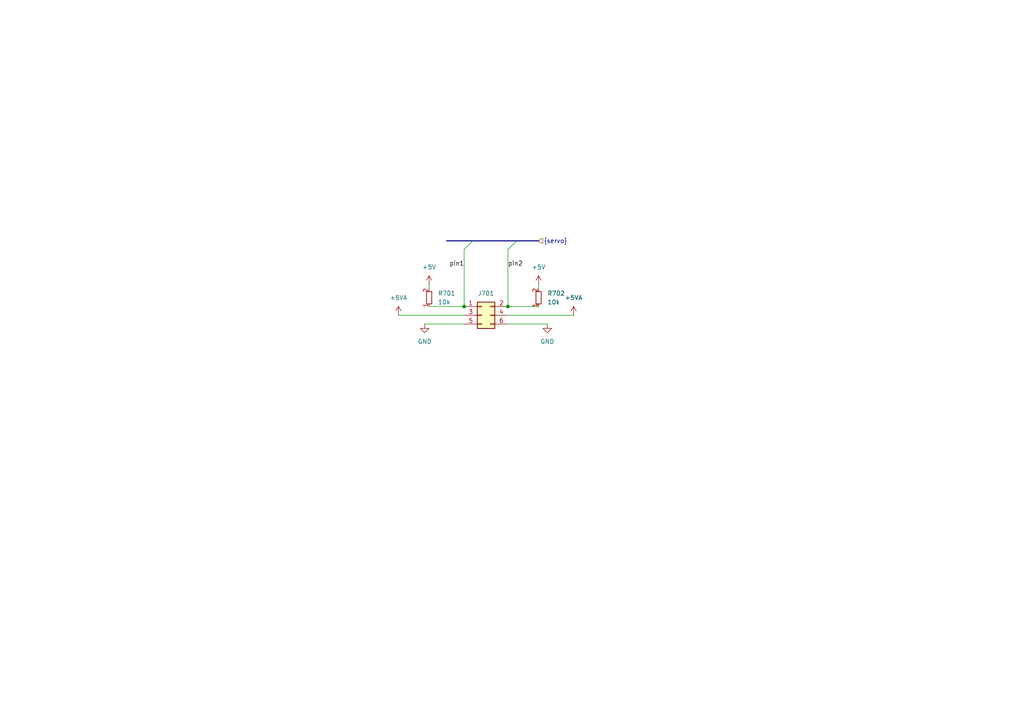
<source format=kicad_sch>
(kicad_sch (version 20231120) (generator "eeschema") (generator_version "8.0")
  (paper "A4")
  (lib_symbols
    (symbol "Connector_Generic:Conn_02x03_Odd_Even" (pin_names (offset 1.016) hide)
      (property "Reference" "J" (at 1.27 5.08 0))
      (property "Value" "Conn_02x03_Odd_Even" (at 1.27 -5.08 0))
      (symbol "Conn_02x03_Odd_Even_1_1"
        (rectangle (start -1.27 -2.413) (end 0 -2.667) (stroke (width 0.1524)))
        (rectangle (start -1.27 0.127) (end 0 -0.127) (stroke (width 0.1524)))
        (rectangle (start -1.27 2.667) (end 0 2.413) (stroke (width 0.1524)))
        (rectangle (start -1.27 3.81) (end 3.81 -3.81) (stroke (width 0.254)) (fill (type background)))
        (rectangle (start 3.81 -2.413) (end 2.54 -2.667) (stroke (width 0.1524)))
        (rectangle (start 3.81 0.127) (end 2.54 -0.127) (stroke (width 0.1524)))
        (rectangle (start 3.81 2.667) (end 2.54 2.413) (stroke (width 0.1524)))
        (pin passive line (at -5.08 2.54 0) (length 3.81) (name "Pin_1") (number "1"))
        (pin passive line (at 7.62 2.54 180) (length 3.81) (name "Pin_2") (number "2"))
        (pin passive line (at -5.08 0 0) (length 3.81) (name "Pin_3") (number "3"))
        (pin passive line (at 7.62 0 180) (length 3.81) (name "Pin_4") (number "4"))
        (pin passive line (at -5.08 -2.54 0) (length 3.81) (name "Pin_5") (number "5"))
        (pin passive line (at 7.62 -2.54 180) (length 3.81) (name "Pin_6") (number "6"))
      )
    )
    (symbol "power:+5V" (power) (pin_names (offset 0))
      (property "Value" "+5V" (at 0 3.556 0))
      (symbol "+5V_0_1"
        (polyline (pts (xy -0.762 1.27) (xy 0 2.54)))
        (polyline (pts (xy 0 0) (xy 0 2.54)))
        (polyline (pts (xy 0 2.54) (xy 0.762 1.27)))
      )
      (symbol "+5V_1_1"
        (pin power_in line (at 0 0 90) (length 0) hide (name "+5V") (number "1"))
      )
    )
    (symbol "power:+5VA" (power) (pin_names (offset 0))
      (property "Value" "+5VA" (at 0 3.556 0))
      (symbol "+5VA_0_1"
        (polyline (pts (xy -0.762 1.27) (xy 0 2.54)))
        (polyline (pts (xy 0 0) (xy 0 2.54)))
        (polyline (pts (xy 0 2.54) (xy 0.762 1.27)))
      )
      (symbol "+5VA_1_1"
        (pin power_in line (at 0 0 90) (length 0) hide (name "+5VA") (number "1"))
      )
    )
    (symbol "power:GND" (power) (pin_names (offset 0))
      (property "Value" "GND" (at 0 -3.81 0))
      (symbol "GND_0_1"
        (polyline (pts (xy 0 0) (xy 0 -1.27) (xy 1.27 -1.27) (xy 0 -2.54) (xy -1.27 -1.27) (xy 0 -1.27)))
      )
      (symbol "GND_1_1"
        (pin power_in line (at 0 0 270) (length 0) hide (name "GND") (number "1"))
      )
    )
    (symbol "resistors_0603:R_10k_0603"
      (property "Reference" "R" (at 1.27 2.54 0))
      (property "Value" "10k" (at 2.54 -2.54 0))
      (symbol "R_10k_0603_0_1"
        (rectangle (start -0.762 1.778) (end 0.762 -1.778) (stroke (width 0.2032)))
      )
      (symbol "R_10k_0603_1_1"
        (pin passive line (at 0 2.54 270) (length 0.762) (name "~") (number "1"))
        (pin passive line (at 0 -2.54 90) (length 0.762) (name "~") (number "2"))
      )
    )
  )
  (junction (at 147.32 88.9))
  (junction (at 134.62 88.9))
  (bus_entry (at 149.86 69.85) (size -2.54 2.54))
  (bus_entry (at 137.16 69.85) (size -2.54 2.54))
  (wire (pts (xy 134.62 93.98) (xy 123.19 93.98)))
  (wire (pts (xy 134.62 72.39) (xy 134.62 88.9)))
  (wire (pts (xy 147.32 88.9) (xy 156.21 88.9)))
  (wire (pts (xy 124.46 88.9) (xy 134.62 88.9)))
  (wire (pts (xy 156.21 82.55) (xy 156.21 83.82)))
  (wire (pts (xy 124.46 82.55) (xy 124.46 83.82)))
  (bus (pts (xy 137.16 69.85) (xy 149.86 69.85)))
  (wire (pts (xy 115.57 91.44) (xy 134.62 91.44)))
  (bus (pts (xy 129.54 69.85) (xy 137.16 69.85)))
  (wire (pts (xy 147.32 72.39) (xy 147.32 88.9)))
  (wire (pts (xy 147.32 93.98) (xy 158.75 93.98)))
  (bus (pts (xy 149.86 69.85) (xy 156.21 69.85)))
  (wire (pts (xy 166.37 91.44) (xy 147.32 91.44)))
  (label "pin1" (at 134.62 77.47 180))
  (label "pin2" (at 147.32 77.47 0))
  (hierarchical_label "{servo}" (shape input) (at 156.21 69.85 0))
  (symbol (lib_id "power:GND") (at 158.75 93.98 0) (unit 1)
    (property "Reference" "#PWR0701" (effects (hide yes)))
    (property "Value" "GND" (at 158.75 99.06 0))
    (instances (project "OS-servoDriver" (path "" (reference "#PWR0701") (unit 1)) (path "" (reference "#PWR0801") (unit 1)) (path "" (reference "#PWR0901") (unit 1)) (path "" (reference "#PWR01001") (unit 1))))
  )
  (symbol (lib_id "power:+5VA") (at 166.37 91.44 0) (mirror y) (unit 1)
    (property "Reference" "#PWR0704" (effects (hide yes)))
    (property "Value" "+5VA" (at 166.37 86.36 0))
    (instances (project "OS-servoDriver" (path "" (reference "#PWR0704") (unit 1)) (path "" (reference "#PWR0804") (unit 1)) (path "" (reference "#PWR0904") (unit 1)) (path "" (reference "#PWR01004") (unit 1))))
  )
  (symbol (lib_id "Connector_Generic:Conn_02x03_Odd_Even") (at 139.7 91.44 0) (unit 1)
    (property "Reference" "J701" (at 140.97 85.09 0))
    (property "Value" "Conn_02x03_Odd_Even" (effects (hide yes)))
    (property "Footprint" "Connector_PinHeader_2.54mm:PinHeader_2x03_P2.54mm_Vertical" (effects (hide yes)))
    (property "JLCPCB Part#" "C65114" (effects (hide yes)))
    (instances (project "OS-servoDriver" (path "" (reference "J701") (unit 1)) (path "" (reference "J801") (unit 1)) (path "" (reference "J901") (unit 1)) (path "" (reference "J1001") (unit 1))))
  )
  (symbol (lib_id "power:+5V") (at 124.46 82.55 0) (unit 1)
    (property "Reference" "#PWR0705" (effects (hide yes)))
    (property "Value" "+5V" (at 124.46 77.47 0))
    (instances (project "OS-servoDriver" (path "" (reference "#PWR0705") (unit 1)) (path "" (reference "#PWR0805") (unit 1)) (path "" (reference "#PWR0905") (unit 1)) (path "" (reference "#PWR01005") (unit 1))))
  )
  (symbol (lib_id "resistors_0603:R_10k_0603") (at 156.21 86.36 180) (unit 1)
    (property "Reference" "R702" (at 158.75 85.09 0) (effects (justify right)))
    (property "Value" "10k" (at 158.75 87.63 0) (effects (justify right)))
    (property "Footprint" "custom_kicad_lib_sk:R_0603_smalltext" (effects (hide yes)))
    (property "JLCPCB Part#" "C25804" (effects (hide yes)))
    (instances (project "OS-servoDriver" (path "" (reference "R702") (unit 1)) (path "" (reference "R802") (unit 1)) (path "" (reference "R905") (unit 1)) (path "" (reference "R1005") (unit 1))))
  )
  (symbol (lib_id "power:+5VA") (at 115.57 91.44 0) (unit 1)
    (property "Reference" "#PWR0703" (effects (hide yes)))
    (property "Value" "+5VA" (at 115.57 86.36 0))
    (instances (project "OS-servoDriver" (path "" (reference "#PWR0703") (unit 1)) (path "" (reference "#PWR0803") (unit 1)) (path "" (reference "#PWR0903") (unit 1)) (path "" (reference "#PWR01003") (unit 1))))
  )
  (symbol (lib_id "power:GND") (at 123.19 93.98 0) (mirror y) (unit 1)
    (property "Reference" "#PWR0702" (effects (hide yes)))
    (property "Value" "GND" (at 123.19 99.06 0))
    (instances (project "OS-servoDriver" (path "" (reference "#PWR0702") (unit 1)) (path "" (reference "#PWR0802") (unit 1)) (path "" (reference "#PWR0902") (unit 1)) (path "" (reference "#PWR01002") (unit 1))))
  )
  (symbol (lib_id "resistors_0603:R_10k_0603") (at 124.46 86.36 180) (unit 1)
    (property "Reference" "R701" (at 127 85.09 0) (effects (justify right)))
    (property "Value" "10k" (at 127 87.63 0) (effects (justify right)))
    (property "Footprint" "custom_kicad_lib_sk:R_0603_smalltext" (effects (hide yes)))
    (property "JLCPCB Part#" "C25804" (effects (hide yes)))
    (instances (project "OS-servoDriver" (path "" (reference "R701") (unit 1)) (path "" (reference "R801") (unit 1)) (path "" (reference "R904") (unit 1)) (path "" (reference "R1004") (unit 1))))
  )
  (symbol (lib_id "power:+5V") (at 156.21 82.55 0) (unit 1)
    (property "Reference" "#PWR0706" (effects (hide yes)))
    (property "Value" "+5V" (at 156.21 77.47 0))
    (instances (project "OS-servoDriver" (path "" (reference "#PWR0706") (unit 1)) (path "" (reference "#PWR0806") (unit 1)) (path "" (reference "#PWR0906") (unit 1)) (path "" (reference "#PWR01006") (unit 1))))
  )
)
</source>
